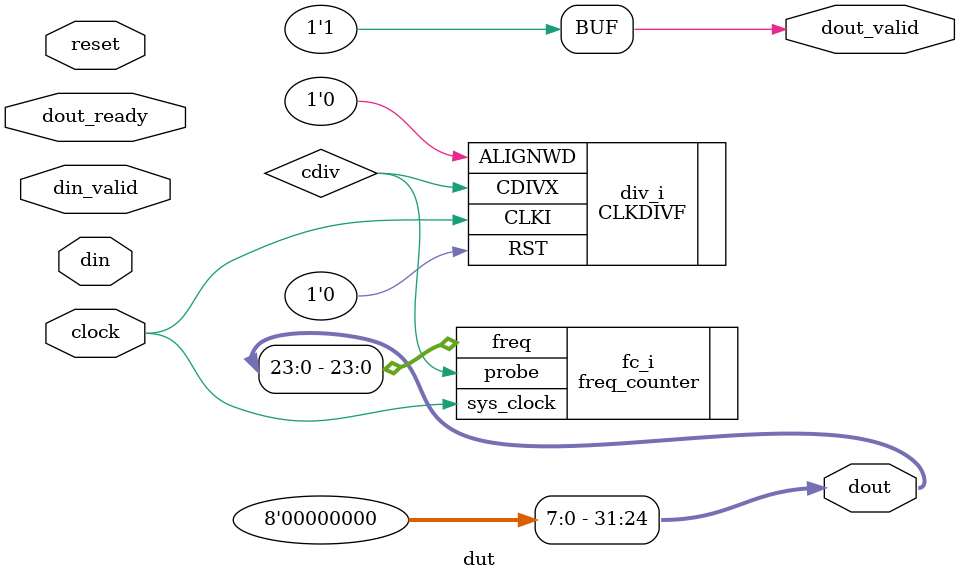
<source format=v>
module dut(
	input clock, reset,
	input din_valid,
	input [31:0] din,
	input dout_ready,
	output dout_valid,
	output [31:0] dout
);
	wire cdiv;
	CLKDIVF #(.DIV("3.5")) div_i(.CLKI(clock), .RST(1'b0), .ALIGNWD(1'b0), .CDIVX(cdiv));

	freq_counter fc_i (
		.sys_clock(clock),
		.probe(cdiv),
		.freq(dout[23:0])
	);

	assign dout[31:24] = 8'h00;
	assign dout_valid = 1'b1;
endmodule
</source>
